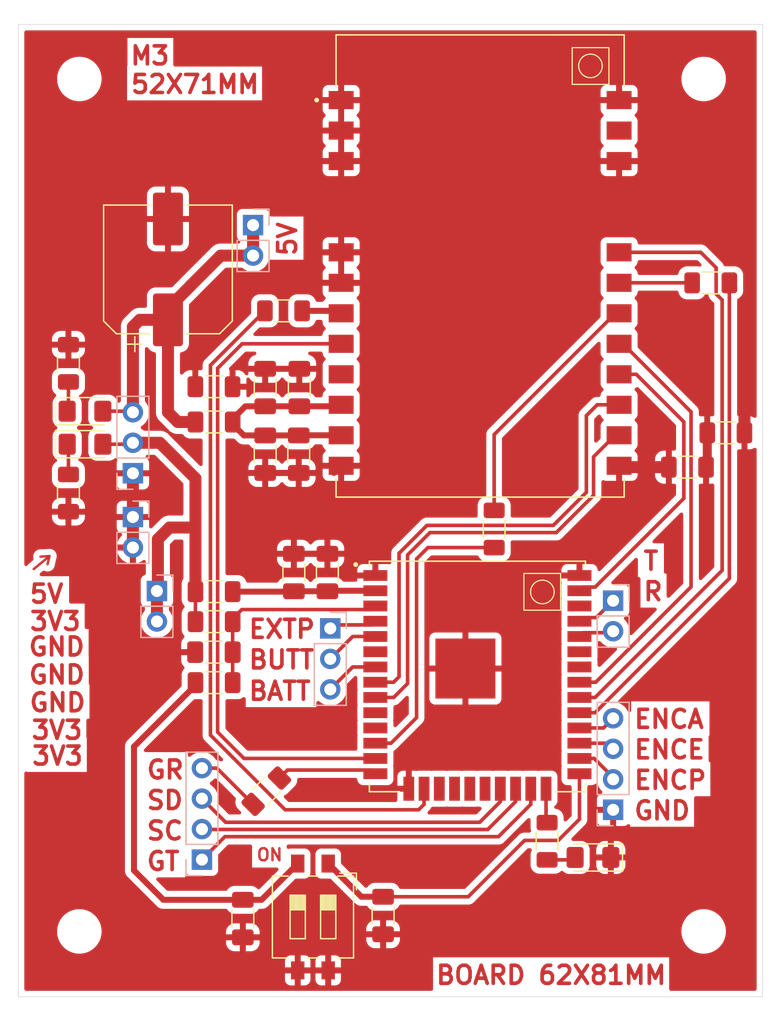
<source format=kicad_pcb>
(kicad_pcb (version 20240108) (generator "pcbnew") (generator_version "8.0")
  (layers (0 "F.Cu" signal) (31 "B.Cu" signal) (34 "B.Paste" user) (35 "F.Paste" user) (36 "B.SilkS" user "B.Silkscreen") (37 "F.SilkS" user "F.Silkscreen") (38 "B.Mask" user) (39 "F.Mask" user) (44 "Edge.Cuts" user))
  (net 0 "")
  (net 1 "GND")
  (net 2 "+3.3V")
  (net 3 "+5V")
  (net 4 "Net-(U1-RXEN)")
  (net 5 "RXEN")
  (net 6 "~{RST}")
  (net 7 "MISO")
  (net 8 "SCK")
  (net 9 "NSS")
  (net 10 "BUSY")
  (net 11 "MOSI")
  (net 12 "DIO1")
  (net 13 "TXEN")
  (net 17 "EXT_POWER_DETECT")
  (net 18 "ENC_P")
  (net 19 "SCL")
  (net 23 "GPS_TX")
  (net 25 "BUTTON")
  (net 28 "GPS_RX")
  (net 29 "STATUS_LED")
  (net 31 "ENC_E")
  (net 33 "ENC_A")
  (net 34 "BATTERY")
  (net 36 "SDA")
  (net 37 "BOOT")
  (net 38 "EN")
  (net 39 "TX0")
  (net 40 "RX0")
  (net 41 "Net-(U1-SCK)")
  (net 42 "Net-(D1-A)")
  (net 43 "Net-(U2-IO27)")
  (net 44 "Net-(D2-K)")
  (net 45 "Net-(D3-K)")
  (footprint "Resistor_SMD:R_1206_3216Metric_Pad1.30x1.75mm_HandSolder" (layer "F.Cu") (at 86.76 92.87 180)
    (property "Reference" "R2" (hide yes))
    (property "Value" "10k")
    (pad "1" smd roundrect (at -1.55 0 180) (size 1.3 1.75) (layers "F.Cu" "F.Paste" "F.Mask") (roundrect_rratio 0.192308) (net 38 "EN"))
    (pad "2" smd roundrect (at 1.55 0 180) (size 1.3 1.75) (layers "F.Cu" "F.Paste" "F.Mask") (roundrect_rratio 0.192308) (net 2 "+3.3V"))
  )
  (footprint "Capacitor_SMD:C_1206_3216Metric_Pad1.33x1.80mm_HandSolder" (layer "F.Cu") (at 93.8135 78.92 -90)
    (property "Reference" "C2" (hide yes))
    (property "Value" "22u")
    (pad "1" smd roundrect (at -1.5625 0 270) (size 1.325 1.8) (layers "F.Cu" "F.Paste" "F.Mask") (roundrect_rratio 0.188679) (net 3 "+5V"))
    (pad "2" smd roundrect (at 1.5625 0 270) (size 1.325 1.8) (layers "F.Cu" "F.Paste" "F.Mask") (roundrect_rratio 0.188679) (net 1 "GND"))
  )
  (footprint "LED_SMD:LED_1206_3216Metric_Pad1.42x1.75mm_HandSolder" (layer "F.Cu") (at 76.0125 78.09)
    (property "Reference" "D3" (hide yes))
    (property "Value" "ORANGE")
    (pad "1" smd roundrect (at -1.4875 0) (size 1.425 1.75) (layers "F.Cu" "F.Paste" "F.Mask") (roundrect_rratio 0.175439) (net 45 "Net-(D3-K)"))
    (pad "2" smd roundrect (at 1.4875 0) (size 1.425 1.75) (layers "F.Cu" "F.Paste" "F.Mask") (roundrect_rratio 0.175439) (net 2 "+3.3V"))
  )
  (footprint "Resistor_SMD:R_1206_3216Metric_Pad1.30x1.75mm_HandSolder" (layer "F.Cu") (at 86.75 73.3)
    (property "Reference" "R14" (hide yes))
    (property "Value" "0R")
    (pad "1" smd roundrect (at -1.55 0) (size 1.3 1.75) (layers "F.Cu" "F.Paste" "F.Mask") (roundrect_rratio 0.192308) (net 1 "GND"))
    (pad "2" smd roundrect (at 1.55 0) (size 1.3 1.75) (layers "F.Cu" "F.Paste" "F.Mask") (roundrect_rratio 0.192308) (net 1 "GND"))
  )
  (footprint "Capacitor_SMD:C_1206_3216Metric_Pad1.33x1.80mm_HandSolder" (layer "F.Cu") (at 100.83925 117.34525 90)
    (property "Reference" "C7" (hide yes))
    (property "Value" "100n")
    (pad "1" smd roundrect (at -1.5625 0 90) (size 1.325 1.8) (layers "F.Cu" "F.Paste" "F.Mask") (roundrect_rratio 0.188679) (net 1 "GND"))
    (pad "2" smd roundrect (at 1.5625 0 90) (size 1.325 1.8) (layers "F.Cu" "F.Paste" "F.Mask") (roundrect_rratio 0.188679) (net 37 "BOOT"))
  )
  (footprint "Resistor_SMD:R_1206_3216Metric_Pad1.30x1.75mm_HandSolder" (layer "F.Cu") (at 110.09 85.15 90)
    (property "Reference" "R7" (hide yes))
    (property "Value" "0R")
    (pad "1" smd roundrect (at -1.55 0 90) (size 1.3 1.75) (layers "F.Cu" "F.Paste" "F.Mask") (roundrect_rratio 0.192308) (net 43 "Net-(U2-IO27)"))
    (pad "2" smd roundrect (at 1.55 0 90) (size 1.3 1.75) (layers "F.Cu" "F.Paste" "F.Mask") (roundrect_rratio 0.192308) (net 11 "MOSI"))
  )
  (footprint "MountingHole:MountingHole_3.2mm_M3" (layer "F.Cu") (at 127.54 118.67)
    (property "Reference" "H4" (hide yes))
    (property "Value" "MountingHole")
    (pad "" np_thru_hole circle (at 0 0) (size 3.2 3.2) (drill 3.2) (layers "F&B.Cu" "*.Mask"))
  )
  (footprint "Resistor_SMD:R_1206_3216Metric_Pad1.30x1.75mm_HandSolder" (layer "F.Cu") (at 92.5435 66.982)
    (property "Reference" "R1" (hide yes))
    (property "Value" "0R")
    (pad "1" smd roundrect (at -1.55 0) (size 1.3 1.75) (layers "F.Cu" "F.Paste" "F.Mask") (roundrect_rratio 0.192308) (net 5 "RXEN"))
    (pad "2" smd roundrect (at 1.55 0) (size 1.3 1.75) (layers "F.Cu" "F.Paste" "F.Mask") (roundrect_rratio 0.192308) (net 4 "Net-(U1-RXEN)"))
  )
  (footprint "Resistor_SMD:R_1206_3216Metric_Pad1.30x1.75mm_HandSolder" (layer "F.Cu") (at 86.76 97.95)
    (property "Reference" "R10" (hide yes))
    (property "Value" "0R")
    (pad "1" smd roundrect (at -1.55 0) (size 1.3 1.75) (layers "F.Cu" "F.Paste" "F.Mask") (roundrect_rratio 0.192308) (net 38 "EN"))
    (pad "2" smd roundrect (at 1.55 0) (size 1.3 1.75) (layers "F.Cu" "F.Paste" "F.Mask") (roundrect_rratio 0.192308) (net 38 "EN"))
  )
  (footprint "Capacitor_SMD:C_1206_3216Metric_Pad1.33x1.80mm_HandSolder" (layer "F.Cu") (at 91.0195 78.92 -90)
    (property "Reference" "C3" (hide yes))
    (property "Value" "22u")
    (pad "1" smd roundrect (at -1.5625 0 270) (size 1.325 1.8) (layers "F.Cu" "F.Paste" "F.Mask") (roundrect_rratio 0.188679) (net 3 "+5V"))
    (pad "2" smd roundrect (at 1.5625 0 270) (size 1.325 1.8) (layers "F.Cu" "F.Paste" "F.Mask") (roundrect_rratio 0.188679) (net 1 "GND"))
  )
  (footprint "Resistor_SMD:R_1206_3216Metric_Pad1.30x1.75mm_HandSolder" (layer "F.Cu") (at 86.76 76.24)
    (property "Reference" "R8" (hide yes))
    (property "Value" "0R")
    (pad "1" smd roundrect (at -1.55 0) (size 1.3 1.75) (layers "F.Cu" "F.Paste" "F.Mask") (roundrect_rratio 0.192308) (net 3 "+5V"))
    (pad "2" smd roundrect (at 1.55 0) (size 1.3 1.75) (layers "F.Cu" "F.Paste" "F.Mask") (roundrect_rratio 0.192308) (net 3 "+5V"))
  )
  (footprint "MountingHole:MountingHole_3.2mm_M3" (layer "F.Cu") (at 75.54 47.67)
    (property "Reference" "H1" (hide yes))
    (property "Value" "MountingHole")
    (pad "" np_thru_hole circle (at 0 0) (size 3.2 3.2) (drill 3.2) (layers "*.Cu" "*.Mask"))
  )
  (footprint "LED_SMD:LED_1206_3216Metric_Pad1.42x1.75mm_HandSolder" (layer "F.Cu") (at 76.01 75.34)
    (property "Reference" "D2" (hide yes))
    (property "Value" "RED")
    (pad "1" smd roundrect (at -1.4875 0) (size 1.425 1.75) (layers "F.Cu" "F.Paste" "F.Mask") (roundrect_rratio 0.175439) (net 44 "Net-(D2-K)"))
    (pad "2" smd roundrect (at 1.4875 0) (size 1.425 1.75) (layers "F.Cu" "F.Paste" "F.Mask") (roundrect_rratio 0.175439) (net 3 "+5V"))
  )
  (footprint "Capacitor_SMD:C_1206_3216Metric_Pad1.33x1.80mm_HandSolder" (layer "F.Cu") (at 93.8615 73.3705 90)
    (property "Reference" "C6" (hide yes))
    (property "Value" "100n")
    (pad "1" smd roundrect (at -1.5625 0 90) (size 1.325 1.8) (layers "F.Cu" "F.Paste" "F.Mask") (roundrect_rratio 0.188679) (net 3 "+5V"))
    (pad "2" smd roundrect (at 1.5625 0 90) (size 1.325 1.8) (layers "F.Cu" "F.Paste" "F.Mask") (roundrect_rratio 0.188679) (net 1 "GND"))
  )
  (footprint "LED_SMD:LED_1206_3216Metric_Pad1.42x1.75mm_HandSolder" (layer "F.Cu") (at 118.32 112.51 180)
    (property "Reference" "D1" (hide yes))
    (property "Value" "BLUE")
    (pad "1" smd roundrect (at -1.4875 0 180) (size 1.425 1.75) (layers "F.Cu" "F.Paste" "F.Mask") (roundrect_rratio 0.175439) (net 1 "GND"))
    (pad "2" smd roundrect (at 1.4875 0 180) (size 1.425 1.75) (layers "F.Cu" "F.Paste" "F.Mask") (roundrect_rratio 0.175439) (net 42 "Net-(D1-A)"))
  )
  (footprint "Resistor_SMD:R_1206_3216Metric_Pad1.30x1.75mm_HandSolder" (layer "F.Cu") (at 74.63 71.35 90)
    (property "Reference" "R6" (hide yes))
    (property "Value" "330R")
    (pad "1" smd roundrect (at -1.55 0 90) (size 1.3 1.75) (layers "F.Cu" "F.Paste" "F.Mask") (roundrect_rratio 0.192308) (net 44 "Net-(D2-K)"))
    (pad "2" smd roundrect (at 1.55 0 90) (size 1.3 1.75) (layers "F.Cu" "F.Paste" "F.Mask") (roundrect_rratio 0.192308) (net 1 "GND"))
  )
  (footprint "Resistor_SMD:R_1206_3216Metric_Pad1.30x1.75mm_HandSolder" (layer "F.Cu") (at 74.63 82.16 -90)
    (property "Reference" "R5" (hide yes))
    (property "Value" "330R")
    (pad "1" smd roundrect (at -1.55 0 270) (size 1.3 1.75) (layers "F.Cu" "F.Paste" "F.Mask") (roundrect_rratio 0.192308) (net 45 "Net-(D3-K)"))
    (pad "2" smd roundrect (at 1.55 0 270) (size 1.3 1.75) (layers "F.Cu" "F.Paste" "F.Mask") (roundrect_rratio 0.192308) (net 1 "GND"))
  )
  (footprint "Resistor_SMD:R_1206_3216Metric_Pad1.30x1.75mm_HandSolder" (layer "F.Cu") (at 128.13 64.65 180)
    (property "Reference" "R3" (hide yes))
    (property "Value" "0R")
    (pad "1" smd roundrect (at -1.55 0 180) (size 1.3 1.75) (layers "F.Cu" "F.Paste" "F.Mask") (roundrect_rratio 0.192308) (net 8 "SCK"))
    (pad "2" smd roundrect (at 1.55 0 180) (size 1.3 1.75) (layers "F.Cu" "F.Paste" "F.Mask") (roundrect_rratio 0.192308) (net 41 "Net-(U1-SCK)"))
  )
  (footprint "Resistor_SMD:R_1206_3216Metric_Pad1.30x1.75mm_HandSolder" (layer "F.Cu") (at 86.76 90.37)
    (property "Reference" "R9" (hide yes))
    (property "Value" "0R")
    (pad "1" smd roundrect (at -1.55 0) (size 1.3 1.75) (layers "F.Cu" "F.Paste" "F.Mask") (roundrect_rratio 0.192308) (net 2 "+3.3V"))
    (pad "2" smd roundrect (at 1.55 0) (size 1.3 1.75) (layers "F.Cu" "F.Paste" "F.Mask") (roundrect_rratio 0.192308) (net 2 "+3.3V"))
  )
  (footprint "aa_ld1:KLS7-KL-02-N-0-0" (layer "F.Cu") (at 95.00725 117.46725 -90)
    (property "Reference" "SW3" (hide yes))
    (property "Value" "KLS7-KL-02-N-0-0")
    (fp_text user "ON" (at -5.17725 3.61725 180) (layer "F.Cu") (effects (font (thickness 0.2) (bold yes))))
    (pad "1" smd rect (at -4.45 -1.26 270) (size 1.5 1.12) (layers "F.Cu" "F.Paste" "F.Mask") (net 37 "BOOT"))
    (pad "2" smd rect (at -4.45 1.28 270) (size 1.5 1.12) (layers "F.Cu" "F.Paste" "F.Mask") (net 38 "EN"))
    (pad "3" smd rect (at 4.45 1.28 270) (size 1.5 1.12) (layers "F.Cu" "F.Paste" "F.Mask") (net 1 "GND"))
    (pad "4" smd rect (at 4.45 -1.26 270) (size 1.5 1.12) (layers "F.Cu" "F.Paste" "F.Mask") (net 1 "GND"))
  )
  (footprint "Capacitor_SMD:C_1206_3216Metric_Pad1.33x1.80mm_HandSolder" (layer "F.Cu") (at 93.406 88.776 90)
    (property "Reference" "C4" (hide yes))
    (property "Value" "22u")
    (pad "1" smd roundrect (at -1.5625 0 90) (size 1.325 1.8) (layers "F.Cu" "F.Paste" "F.Mask") (roundrect_rratio 0.188679) (net 2 "+3.3V"))
    (pad "2" smd roundrect (at 1.5625 0 90) (size 1.325 1.8) (layers "F.Cu" "F.Paste" "F.Mask") (roundrect_rratio 0.188679) (net 1 "GND"))
  )
  (footprint "Capacitor_SMD:CP_Elec_10x10.5" (layer "F.Cu") (at 82.92 63.53 90)
    (property "Reference" "C10" (hide yes))
    (property "Value" "1mF")
    (pad "1" smd roundrect (at -4.2 0 90) (size 4.4 2.5) (layers "F.Cu" "F.Paste" "F.Mask") (roundrect_rratio 0.1) (net 3 "+5V"))
    (pad "2" smd roundrect (at 4.2 0 90) (size 4.4 2.5) (layers "F.Cu" "F.Paste" "F.Mask") (roundrect_rratio 0.1) (net 1 "GND"))
  )
  (footprint "Resistor_SMD:R_1206_3216Metric_Pad1.30x1.75mm_HandSolder" (layer "F.Cu") (at 91.11 106.99 45)
    (property "Reference" "R11" (hide yes))
    (property "Value" "0R")
    (pad "1" smd roundrect (at -1.550001 0 45) (size 1.3 1.75) (layers "F.Cu" "F.Paste" "F.Mask") (roundrect_rratio 0.192308) (net 28 "GPS_RX"))
    (pad "2" smd roundrect (at 1.550001 0 45) (size 1.3 1.75) (layers "F.Cu" "F.Paste" "F.Mask") (roundrect_rratio 0.192308) (net 28 "GPS_RX"))
  )
  (footprint "MountingHole:MountingHole_3.2mm_M3" (layer "F.Cu") (at 127.54 47.67)
    (property "Reference" "H2" (hide yes))
    (property "Value" "MountingHole")
    (pad "" np_thru_hole circle (at 0 0) (size 3.2 3.2) (drill 3.2) (layers "*.Cu" "*.Mask"))
  )
  (footprint "Resistor_SMD:R_1206_3216Metric_Pad1.30x1.75mm_HandSolder" (layer "F.Cu") (at 129.39 77.14)
    (property "Reference" "R12" (hide yes))
    (property "Value" "0R")
    (pad "1" smd roundrect (at -1.55 0) (size 1.3 1.75) (layers "F.Cu" "F.Paste" "F.Mask") (roundrect_rratio 0.192308) (net 1 "GND"))
    (pad "2" smd roundrect (at 1.55 0) (size 1.3 1.75) (layers "F.Cu" "F.Paste" "F.Mask") (roundrect_rratio 0.192308) (net 1 "GND"))
  )
  (footprint "Capacitor_SMD:C_1206_3216Metric_Pad1.33x1.80mm_HandSolder" (layer "F.Cu") (at 96.2 88.776 90)
    (property "Reference" "C1" (hide yes))
    (property "Value" "100n")
    (pad "1" smd roundrect (at -1.5625 0 90) (size 1.325 1.8) (layers "F.Cu" "F.Paste" "F.Mask") (roundrect_rratio 0.188679) (net 2 "+3.3V"))
    (pad "2" smd roundrect (at 1.5625 0 90) (size 1.325 1.8) (layers "F.Cu" "F.Paste" "F.Mask") (roundrect_rratio 0.188679) (net 1 "GND"))
  )
  (footprint "aa_ld1:E22-400M30S" (layer "F.Cu") (at 108.9205 63.246 180)
    (property "Reference" "U1" (hide yes))
    (property "Value" "E22-400M30S")
    (pad "1" smd rect (at 11.575 13.82 180) (size 2.08 1.51) (layers "F.Cu" "F.Paste" "F.Mask") (net 1 "GND"))
    (pad "2" smd rect (at 11.575 11.28 180) (size 2.08 1.51) (layers "F.Cu" "F.Paste" "F.Mask") (net 1 "GND"))
    (pad "3" smd rect (at 11.575 8.74 180) (size 2.08 1.51) (layers "F.Cu" "F.Paste" "F.Mask") (net 1 "GND"))
    (pad "4" smd rect (at 11.575 1.14 180) (size 2.08 1.51) (layers "F.Cu" "F.Paste" "F.Mask") (net 1 "GND"))
    (pad "5" smd rect (at 11.575 -1.4 180) (size 2.08 1.51) (layers "F.Cu" "F.Paste" "F.Mask") (net 1 "GND"))
    (pad "6" smd rect (at 11.575 -3.94 180) (size 2.08 1.51) (layers "F.Cu" "F.Paste" "F.Mask") (net 4 "Net-(U1-RXEN)"))
    (pad "7" smd rect (at 11.575 -6.48 180) (size 2.08 1.51) (layers "F.Cu" "F.Paste" "F.Mask") (net 13 "TXEN"))
    (pad "8" smd rect (at 11.575 -9.02 180) (size 2.08 1.51) (layers "F.Cu" "F.Paste" "F.Mask"))
    (pad "9" smd rect (at 11.575 -11.56 180) (size 2.08 1.51) (layers "F.Cu" "F.Paste" "F.Mask") (net 3 "+5V"))
    (pad "10" smd rect (at 11.575 -14.1 180) (size 2.08 1.51) (layers "F.Cu" "F.Paste" "F.Mask") (net 3 "+5V"))
    (pad "11" smd rect (at 11.575 -16.64 180) (size 2.08 1.51) (layers "F.Cu" "F.Paste" "F.Mask") (net 1 "GND"))
    (pad "12" smd rect (at -11.575 -16.64 180) (size 2.08 1.51) (layers "F.Cu" "F.Paste" "F.Mask") (net 1 "GND"))
    (pad "13" smd rect (at -11.575 -14.1 180) (size 2.08 1.51) (layers "F.Cu" "F.Paste" "F.Mask") (net 12 "DIO1"))
    (pad "14" smd rect (at -11.575 -11.56 180) (size 2.08 1.51) (layers "F.Cu" "F.Paste" "F.Mask") (net 10 "BUSY"))
    (pad "15" smd rect (at -11.575 -9.02 180) (size 2.08 1.51) (layers "F.Cu" "F.Paste" "F.Mask") (net 6 "~{RST}"))
    (pad "16" smd rect (at -11.575 -6.48 180) (size 2.08 1.51) (layers "F.Cu" "F.Paste" "F.Mask") (net 7 "MISO"))
    (pad "17" smd rect (at -11.575 -3.94 180) (size 2.08 1.51) (layers "F.Cu" "F.Paste" "F.Mask") (net 11 "MOSI"))
    (pad "18" smd rect (at -11.575 -1.4 180) (size 2.08 1.51) (layers "F.Cu" "F.Paste" "F.Mask") (net 41 "Net-(U1-SCK)"))
    (pad "19" smd rect (at -11.575 1.14 180) (size 2.08 1.51) (layers "F.Cu" "F.Paste" "F.Mask") (net 9 "NSS"))
    (pad "20" smd rect (at -11.575 8.74 180) (size 2.08 1.51) (layers "F.Cu" "F.Paste" "F.Mask") (net 1 "GND"))
    (pad "21" smd rect (at -11.575 11.28 180) (size 2.08 1.51) (layers "F.Cu" "F.Paste" "F.Mask"))
    (pad "22" smd rect (at -11.575 13.82 180) (size 2.08 1.51) (layers "F.Cu" "F.Paste" "F.Mask") (net 1 "GND"))
  )
  (footprint "Capacitor_SMD:C_1206_3216Metric_Pad1.33x1.80mm_HandSolder" (layer "F.Cu") (at 86.7475 95.41)
    (property "Reference" "C8" (hide yes))
    (property "Value" "100n")
    (pad "1" smd roundrect (at -1.5625 0) (size 1.325 1.8) (layers "F.Cu" "F.Paste" "F.Mask") (roundrect_rratio 0.188679) (net 1 "GND"))
    (pad "2" smd roundrect (at 1.5625 0) (size 1.325 1.8) (layers "F.Cu" "F.Paste" "F.Mask") (roundrect_rratio 0.188679) (net 38 "EN"))
  )
  (footprint "MountingHole:MountingHole_3.2mm_M3" (layer "F.Cu") (at 75.54 118.67)
    (property "Reference" "H3" (hide yes))
    (property "Value" "MountingHole")
    (pad "" np_thru_hole circle (at 0 0) (size 3.2 3.2) (drill 3.2) (layers "*.Cu" "*.Mask"))
  )
  (footprint "Resistor_SMD:R_1206_3216Metric_Pad1.30x1.75mm_HandSolder" (layer "F.Cu") (at 126.19 80)
    (property "Reference" "R13" (hide yes))
    (property "Value" "0R")
    (pad "1" smd roundrect (at -1.55 0) (size 1.3 1.75) (layers "F.Cu" "F.Paste" "F.Mask") (roundrect_rratio 0.192308) (net 1 "GND"))
    (pad "2" smd roundrect (at 1.55 0) (size 1.3 1.75) (layers "F.Cu" "F.Paste" "F.Mask") (roundrect_rratio 0.192308) (net 1 "GND"))
  )
  (footprint "Capacitor_SMD:C_1206_3216Metric_Pad1.33x1.80mm_HandSolder" (layer "F.Cu") (at 89.15525 117.59925 -90)
    (property "Reference" "C9" (hide yes))
    (property "Value" "100n")
    (pad "1" smd roundrect (at -1.5625 0 270) (size 1.325 1.8) (layers "F.Cu" "F.Paste" "F.Mask") (roundrect_rratio 0.188679) (net 38 "EN"))
    (pad "2" smd roundrect (at 1.5625 0 270) (size 1.325 1.8) (layers "F.Cu" "F.Paste" "F.Mask") (roundrect_rratio 0.188679) (net 1 "GND"))
  )
  (footprint "aa_ld1:ESP32-WROOM-32U" (layer "F.Cu") (at 108.696 97.434)
    (property "Reference" "U2" (hide yes))
    (property "Value" "ESP32-WROOM-32U")
    (pad "1" smd rect (at -8.5 -8.41) (size 2 0.9) (layers "F.Cu" "F.Paste" "F.Mask") (net 1 "GND"))
    (pad "2" smd rect (at -8.5 -7.14) (size 2 0.9) (layers "F.Cu" "F.Paste" "F.Mask") (net 2 "+3.3V"))
    (pad "3" smd rect (at -8.5 -5.87) (size 2 0.9) (layers "F.Cu" "F.Paste" "F.Mask") (net 38 "EN"))
    (pad "4" smd rect (at -8.5 -4.6) (size 2 0.9) (layers "F.Cu" "F.Paste" "F.Mask") (net 17 "EXT_POWER_DETECT"))
    (pad "5" smd rect (at -8.5 -3.33) (size 2 0.9) (layers "F.Cu" "F.Paste" "F.Mask") (net 25 "BUTTON"))
    (pad "6" smd rect (at -8.5 -2.06) (size 2 0.9) (layers "F.Cu" "F.Paste" "F.Mask"))
    (pad "7" smd rect (at -8.5 -0.79) (size 2 0.9) (layers "F.Cu" "F.Paste" "F.Mask") (net 34 "BATTERY"))
    (pad "8" smd rect (at -8.5 0.48) (size 2 0.9) (layers "F.Cu" "F.Paste" "F.Mask") (net 10 "BUSY"))
    (pad "9" smd rect (at -8.5 1.75) (size 2 0.9) (layers "F.Cu" "F.Paste" "F.Mask") (net 12 "DIO1"))
    (pad "10" smd rect (at -8.5 3.02) (size 2 0.9) (layers "F.Cu" "F.Paste" "F.Mask"))
    (pad "11" smd rect (at -8.5 4.29) (size 2 0.9) (layers "F.Cu" "F.Paste" "F.Mask"))
    (pad "12" smd rect (at -8.5 5.56) (size 2 0.9) (layers "F.Cu" "F.Paste" "F.Mask") (net 43 "Net-(U2-IO27)"))
    (pad "13" smd rect (at -8.5 6.83) (size 2 0.9) (layers "F.Cu" "F.Paste" "F.Mask") (net 13 "TXEN"))
    (pad "14" smd rect (at -8.5 8.1) (size 2 0.9) (layers "F.Cu" "F.Paste" "F.Mask") (net 28 "GPS_RX"))
    (pad "15" smd rect (at -5.715 9.35) (size 0.9 2) (layers "F.Cu" "F.Paste" "F.Mask") (net 1 "GND"))
    (pad "16" smd rect (at -4.445 9.35) (size 0.9 2) (layers "F.Cu" "F.Paste" "F.Mask") (net 5 "RXEN"))
    (pad "17" smd rect (at -3.175 9.35) (size 0.9 2) (layers "F.Cu" "F.Paste" "F.Mask"))
    (pad "18" smd rect (at -1.905 9.35) (size 0.9 2) (layers "F.Cu" "F.Paste" "F.Mask"))
    (pad "19" smd rect (at -0.635 9.35) (size 0.9 2) (layers "F.Cu" "F.Paste" "F.Mask"))
    (pad "20" smd rect (at 0.635 9.35) (size 0.9 2) (layers "F.Cu" "F.Paste" "F.Mask"))
    (pad "21" smd rect (at 1.905 9.35) (size 0.9 2) (layers "F.Cu" "F.Paste" "F.Mask") (net 36 "SDA"))
    (pad "22" smd rect (at 3.175 9.35) (size 0.9 2) (layers "F.Cu" "F.Paste" "F.Mask") (net 19 "SCL"))
    (pad "23" smd rect (at 4.445 9.35) (size 0.9 2) (layers "F.Cu" "F.Paste" "F.Mask") (net 23 "GPS_TX"))
    (pad "24" smd rect (at 5.715 9.35) (size 0.9 2) (layers "F.Cu" "F.Paste" "F.Mask") (net 29 "STATUS_LED"))
    (pad "25" smd rect (at 8.5 8.1) (size 2 0.9) (layers "F.Cu" "F.Paste" "F.Mask") (net 37 "BOOT"))
    (pad "26" smd rect (at 8.5 6.83) (size 2 0.9) (layers "F.Cu" "F.Paste" "F.Mask") (net 18 "ENC_P"))
    (pad "27" smd rect (at 8.5 5.56) (size 2 0.9) (layers "F.Cu" "F.Paste" "F.Mask") (net 31 "ENC_E"))
    (pad "28" smd rect (at 8.5 4.29) (size 2 0.9) (layers "F.Cu" "F.Paste" "F.Mask") (net 33 "ENC_A"))
    (pad "29" smd rect (at 8.5 3.02) (size 2 0.9) (layers "F.Cu" "F.Paste" "F.Mask") (net 8 "SCK"))
    (pad "30" smd rect (at 8.5 1.75) (size 2 0.9) (layers "F.Cu" "F.Paste" "F.Mask") (net 9 "NSS"))
    (pad "31" smd rect (at 8.5 0.48) (size 2 0.9) (layers "F.Cu" "F.Paste" "F.Mask") (net 7 "MISO"))
    (pad "32" smd rect (at 8.5 -0.79) (size 2 0.9) (layers "F.Cu" "F.Paste" "F.Mask"))
    (pad "33" smd rect (at 8.5 -2.06) (size 2 0.9) (layers "F.Cu" "F.Paste" "F.Mask"))
    (pad "34" smd rect (at 8.5 -3.33) (size 2 0.9) (layers "F.Cu" "F.Paste" "F.Mask") (net 40 "RX0"))
    (pad "35" smd rect (at 8.5 -4.6) (size 2 0.9) (layers "F.Cu" "F.Paste" "F.Mask") (net 39 "TX0"))
    (pad "36" smd rect (at 8.5 -5.87) (size 2 0.9) (layers "F.Cu" "F.Paste" "F.Mask"))
    (pad "37" smd rect (at 8.5 -7.14) (size 2 0.9) (layers "F.Cu" "F.Paste" "F.Mask") (net 6 "~{RST}"))
    (pad "38" smd rect (at 8.5 -8.41) (size 2 0.9) (layers "F.Cu" "F.Paste" "F.Mask") (net 1 "GND"))
    (pad "39" smd rect (at -1 -0.66) (size 5 5) (property pad_prop_heatsink) (layers "F.Cu" "F.Paste" "F.Mask") (net 1 "GND"))
  )
  (footprint "Capacitor_SMD:C_1206_3216Metric_Pad1.33x1.80mm_HandSolder" (layer "F.Cu") (at 91.0195 73.3705 90)
    (property "Reference" "C5" (hide yes))
    (property "Value" "100n")
    (pad "1" smd roundrect (at -1.5625 0 90) (size 1.325 1.8) (layers "F.Cu" "F.Paste" "F.Mask") (roundrect_rratio 0.188679) (net 3 "+5V"))
    (pad "2" smd roundrect (at 1.5625 0 90) (size 1.325 1.8) (layers "F.Cu" "F.Paste" "F.Mask") (roundrect_rratio 0.188679) (net 1 "GND"))
  )
  (footprint "Resistor_SMD:R_1206_3216Metric_Pad1.30x1.75mm_HandSolder" (layer "F.Cu") (at 114.5 111.16 -90)
    (property "Reference" "R4" (hide yes))
    (property "Value" "330R")
    (pad "1" smd roundrect (at -1.55 0 270) (size 1.3 1.75) (layers "F.Cu" "F.Paste" "F.Mask") (roundrect_rratio 0.192308) (net 29 "STATUS_LED"))
    (pad "2" smd roundrect (at 1.55 0 270) (size 1.3 1.75) (layers "F.Cu" "F.Paste" "F.Mask") (roundrect_rratio 0.192308) (net 42 "Net-(D1-A)"))
  )
  (footprint "Connector_PinHeader_2.54mm:PinHeader_1x03_P2.54mm_Vertical" (layer "B.Cu") (at 80 80.51)
    (property "Reference" "J4" (hide yes))
    (property "Value" "POWER")
    (pad "1" thru_hole rect (at 0 0) (size 1.7 1.7) (drill 1) (layers "*.Cu" "*.Mask") (net 1 "GND"))
    (pad "2" thru_hole oval (at 0 -2.54) (size 1.7 1.7) (drill 1) (layers "*.Cu" "*.Mask") (net 2 "+3.3V"))
    (pad "3" thru_hole oval (at 0 -5.08) (size 1.7 1.7) (drill 1) (layers "*.Cu" "*.Mask") (net 3 "+5V"))
  )
  (footprint "Connector_PinHeader_2.54mm:PinHeader_1x02_P2.54mm_Vertical" (layer "B.Cu") (at 90.01 59.84 180)
    (property "Reference" "J5" (hide yes))
    (property "Value" "5V")
    (pad "1" thru_hole rect (at 0 0 180) (size 1.7 1.7) (drill 1) (layers "*.Cu" "*.Mask") (net 3 "+5V"))
    (pad "2" thru_hole oval (at 0 -2.54 180) (size 1.7 1.7) (drill 1) (layers "*.Cu" "*.Mask") (net 3 "+5V"))
  )
  (footprint "Connector_PinHeader_2.54mm:PinHeader_1x02_P2.54mm_Vertical" (layer "B.Cu") (at 80 84.155 180)
    (property "Reference" "J6" (hide yes))
    (property "Value" "GND")
    (pad "1" thru_hole rect (at 0 0 180) (size 1.7 1.7) (drill 1) (layers "*.Cu" "*.Mask") (net 1 "GND"))
    (pad "2" thru_hole oval (at 0 -2.54 180) (size 1.7 1.7) (drill 1) (layers "*.Cu" "*.Mask") (net 1 "GND"))
  )
  (footprint "Connector_PinHeader_2.54mm:PinHeader_1x02_P2.54mm_Vertical" (layer "B.Cu") (at 120 91.125 180)
    (property "Reference" "J2" (hide yes))
    (property "Value" "PROG")
    (pad "1" thru_hole rect (at 0 0 180) (size 1.7 1.7) (drill 1) (layers "*.Cu" "*.Mask") (net 39 "TX0"))
    (pad "2" thru_hole oval (at 0 -2.54 180) (size 1.7 1.7) (drill 1) (layers "*.Cu" "*.Mask") (net 40 "RX0"))
  )
  (footprint "Connector_PinHeader_2.54mm:PinHeader_1x04_P2.54mm_Vertical" (layer "B.Cu") (at 120 108.54)
    (property "Reference" "J1" (hide yes))
    (property "Value" "ENCODER")
    (pad "1" thru_hole rect (at 0 0) (size 1.7 1.7) (drill 1) (layers "*.Cu" "*.Mask") (net 1 "GND"))
    (pad "2" thru_hole oval (at 0 -2.54) (size 1.7 1.7) (drill 1) (layers "*.Cu" "*.Mask") (net 18 "ENC_P"))
    (pad "3" thru_hole oval (at 0 -5.08) (size 1.7 1.7) (drill 1) (layers "*.Cu" "*.Mask") (net 31 "ENC_E"))
    (pad "4" thru_hole oval (at 0 -7.62) (size 1.7 1.7) (drill 1) (layers "*.Cu" "*.Mask") (net 33 "ENC_A"))
  )
  (footprint "Connector_PinHeader_2.54mm:PinHeader_1x03_P2.54mm_Vertical" (layer "B.Cu") (at 96.44 93.43 180)
    (property "Reference" "J3" (hide yes))
    (property "Value" "MISC")
    (pad "1" thru_hole rect (at 0 0 180) (size 1.7 1.7) (drill 1) (layers "*.Cu" "*.Mask") (net 17 "EXT_POWER_DETECT"))
    (pad "2" thru_hole oval (at 0 -2.54 180) (size 1.7 1.7) (drill 1) (layers "*.Cu" "*.Mask") (net 25 "BUTTON"))
    (pad "3" thru_hole oval (at 0 -5.08 180) (size 1.7 1.7) (drill 1) (layers "*.Cu" "*.Mask") (net 34 "BATTERY"))
  )
  (footprint "Connector_PinHeader_2.54mm:PinHeader_1x04_P2.54mm_Vertical" (layer "B.Cu") (at 85.75 112.69)
    (property "Reference" "J8" (hide yes))
    (property "Value" "GPS+OLED")
    (pad "1" thru_hole rect (at 0 0) (size 1.7 1.7) (drill 1) (layers "*.Cu" "*.Mask") (net 23 "GPS_TX"))
    (pad "2" thru_hole oval (at 0 -2.54) (size 1.7 1.7) (drill 1) (layers "*.Cu" "*.Mask") (net 19 "SCL"))
    (pad "3" thru_hole oval (at 0 -5.08) (size 1.7 1.7) (drill 1) (layers "*.Cu" "*.Mask") (net 36 "SDA"))
    (pad "4" thru_hole oval (at 0 -7.62) (size 1.7 1.7) (drill 1) (layers "*.Cu" "*.Mask") (net 28 "GPS_RX"))
  )
  (footprint "Connector_PinHeader_2.54mm:PinHeader_1x02_P2.54mm_Vertical" (layer "B.Cu") (at 82 90.315 180)
    (property "Reference" "J7" (hide yes))
    (property "Value" "3V3")
    (pad "1" thru_hole rect (at 0 0 180) (size 1.7 1.7) (drill 1) (layers "*.Cu" "*.Mask") (net 2 "+3.3V"))
    (pad "2" thru_hole oval (at 0 -2.54 180) (size 1.7 1.7) (drill 1) (layers "*.Cu" "*.Mask") (net 2 "+3.3V"))
  )
  (gr_line (start 71.74 88.49) (end 73.05 87.41) (stroke (width 0.2)) (layer "F.Cu"))
  (gr_line (start 73.05 87.41) (end 72.3 87.45) (stroke (width 0.2)) (layer "F.Cu"))
  (gr_line (start 73.05 87.41) (end 72.89 88.09) (stroke (width 0.2)) (layer "F.Cu"))
  (gr_rect (start 70.455 43.12) (end 132.455 124.12) (stroke (width 0.05)) (fill none) (layer "Edge.Cuts"))
  (gr_text "3V3" (at 71.27 93.72 0) (layer "F.Cu") (effects (font (size 1.5 1.5) (thickness 0.3) (bold yes)) (justify left bottom)))
  (gr_text "5V" (at 71.26 91.44 0) (layer "F.Cu") (effects (font (size 1.5 1.5) (thickness 0.3) (bold yes)) (justify left bottom)))
  (gr_text "GND" (at 71.24 100.49 0) (layer "F.Cu") (effects (font (size 1.5 1.5) (thickness 0.3) (bold yes)) (justify left bottom)))
  (gr_text "3V3" (at 71.45 104.93 0) (layer "F.Cu") (effects (font (size 1.5 1.5) (thickness 0.3) (bold yes)) (justify left bottom)))
  (gr_text "ENCA" (at 121.6 101.87 0) (layer "F.Cu") (effects (font (size 1.5 1.5) (thickness 0.3) (bold yes)) (justify left bottom)))
  (gr_text "GND" (at 71.18 98.17 0) (layer "F.Cu") (effects (font (size 1.5 1.5) (thickness 0.3) (bold yes)) (justify left bottom)))
  (gr_text "GT" (at 81 113.71 0) (layer "F.Cu") (effects (font (size 1.5 1.5) (thickness 0.3) (bold yes)) (justify left bottom)))
  (gr_text "3V3" (at 71.41 102.78 0) (layer "F.Cu") (effects (font (size 1.5 1.5) (thickness 0.3) (bold yes)) (justify left bottom)))
  (gr_text "GND" (at 121.6 109.49 0) (layer "F.Cu") (effects (font (size 1.5 1.5) (thickness 0.3) (bold yes)) (justify left bottom)))
  (gr_text "GR" (at 81 106.09 0) (layer "F.Cu") (effects (font (size 1.5 1.5) (thickness 0.3) (bold yes)) (justify left bottom)))
  (gr_text "M3" (at 79.65 46.61 0) (layer "F.Cu") (effects (font (size 1.5 1.5) (thickness 0.3) (bold yes)) (justify left bottom)))
  (gr_text "52X71MM" (at 79.69 48.99 0) (layer "F.Cu") (effects (font (size 1.5 1.5) (thickness 0.3) (bold yes)) (justify left bottom)))
  (gr_text "BOARD 62X81MM" (at 105.1 123.19 0) (layer "F.Cu") (effects (font (size 1.5 1.5) (thickness 0.3) (bold yes)) (justify left bottom)))
  (gr_text "BATT\n" (at 89.5 99.53 0) (layer "F.Cu") (effects (font (size 1.5 1.5) (thickness 0.3) (bold yes)) (justify left bottom)))
  (gr_text "GND" (at 71.17 95.84 0) (layer "F.Cu") (effects (font (size 1.5 1.5) (thickness 0.3) (bold yes)) (justify left bottom)))
  (gr_text "5V" (at 93.75 62.55 90) (layer "F.Cu") (effects (font (size 1.5 1.5) (thickness 0.3) (bold yes)) (justify left bottom)))
  (gr_text "ENCE" (at 121.6 104.41 0) (layer "F.Cu") (effects (font (size 1.5 1.5) (thickness 0.3) (bold yes)) (justify left bottom)))
  (gr_text "ENCP" (at 121.6 106.95 0) (layer "F.Cu") (effects (font (size 1.5 1.5) (thickness 0.3) (bold yes)) (justify left bottom)))
  (gr_text "BUTT" (at 89.5 96.92 0) (layer "F.Cu") (effects (font (size 1.5 1.5) (thickness 0.3) (bold yes)) (justify left bottom)))
  (gr_text "SD" (at 81 108.63 0) (layer "F.Cu") (effects (font (size 1.5 1.5) (thickness 0.3) (bold yes)) (justify left bottom)))
  (gr_text "SC" (at 81 111.17 0) (layer "F.Cu") (effects (font (size 1.5 1.5) (thickness 0.3) (bold yes)) (justify left bottom)))
  (gr_text "EXTP" (at 89.5 94.37 0) (layer "F.Cu") (effects (font (size 1.5 1.5) (thickness 0.3) (bold yes)) (justify left bottom)))
  (gr_text "T" (at 122.38 88.7 0) (layer "F.Cu") (effects (font (size 1.5 1.5) (thickness 0.3) (bold yes)) (justify left bottom)))
  (gr_text "R" (at 122.38 91.24 0) (layer "F.Cu") (effects (font (size 1.5 1.5) (thickness 0.3) (bold yes)) (justify left bottom)))
  (segment (start 80 94.51) (end 80 86.695) (width 0.5) (layer "F.Cu") (net 1))
  (segment (start 127.84 77.14) (end 127.84 79.9) (width 0.75) (layer "F.Cu") (net 1))
  (segment (start 85.185 95.41) (end 80.9 95.41) (width 0.5) (layer "F.Cu") (net 1))
  (segment (start 130.94 77.14) (end 130.94 75.37) (width 1) (layer "F.Cu") (net 1))
  (segment (start 93.8135 80.4825) (end 91.0195 80.4825) (width 0.5) (layer "F.Cu") (net 1))
  (segment (start 120.6095 80) (end 120.4955 79.886) (width 1) (layer "F.Cu") (net 1))
  (segment (start 96.749 80.4825) (end 97.3455 79.886) (width 0.5) (layer "F.Cu") (net 1))
  (segment (start 127.84 79.9) (end 127.74 80) (width 0.75) (layer "F.Cu") (net 1))
  (segment (start 124.64 80) (end 120.6095 80) (width 1) (layer "F.Cu") (net 1))
  (segment (start 80.9 95.41) (end 80 94.51) (width 0.5) (layer "F.Cu") (net 1))
  (segment (start 80 80.51) (end 80 86.675) (width 1) (layer "F.Cu") (net 1))
  (segment (start 93.8615 71.808) (end 91.0195 71.808) (width 0.5) (layer "F.Cu") (net 1))
  (segment (start 93.406 87.2135) (end 96.2 87.2135) (width 0.5) (layer "F.Cu") (net 1))
  (segment (start 80 86.675) (end 80.02 86.695) (width 1) (layer "F.Cu") (net 1))
  (segment (start 130.94 75.37) (end 130.92 75.35) (width 1) (layer "F.Cu") (net 1))
  (segment (start 77.5 78.09) (end 79.88 78.09) (width 0.3) (layer "F.Cu") (net 2))
  (segment (start 82.24 77.97) (end 85.21 80.94) (width 1) (layer "F.Cu") (net 2))
  (segment (start 85.21 92.87) (end 85.21 90.37) (width 0.3) (layer "F.Cu") (net 2))
  (segment (start 85.21 80.94) (end 85.21 85.03) (width 1) (layer "F.Cu") (net 2))
  (segment (start 79.88 78.09) (end 80 77.97) (width 0.3) (layer "F.Cu") (net 2))
  (segment (start 88.31 90.37) (end 93.3745 90.37) (width 0.5) (layer "F.Cu") (net 2))
  (segment (start 96.2445 90.294) (end 96.2 90.3385) (width 0.5) (layer "F.Cu") (net 2))
  (segment (start 100.196 90.294) (end 96.2445 90.294) (width 0.5) (layer "F.Cu") (net 2))
  (segment (start 83.05 85.03) (end 82.08 86) (width 1) (layer "F.Cu") (net 2))
  (segment (start 82 90.315) (end 82 92.855) (width 1) (layer "F.Cu") (net 2))
  (segment (start 82.08 90.305) (end 82.09 90.315) (width 1) (layer "F.Cu") (net 2))
  (segment (start 85.21 85.03) (end 83.05 85.03) (width 1) (layer "F.Cu") (net 2))
  (segment (start 93.406 90.3385) (end 96.2 90.3385) (width 0.5) (layer "F.Cu") (net 2))
  (segment (start 93.3745 90.37) (end 93.406 90.3385) (width 0.5) (layer "F.Cu") (net 2))
  (segment (start 80 77.97) (end 82.24 77.97) (width 1) (layer "F.Cu") (net 2))
  (segment (start 82.08 86) (end 82.08 90.305) (width 1) (layer "F.Cu") (net 2))
  (segment (start 85.21 85.03) (end 85.21 90.37) (width 1) (layer "F.Cu") (net 2))
  (segment (start 93.8615 74.933) (end 97.2185 74.933) (width 0.5) (layer "F.Cu") (net 3))
  (segment (start 97.2185 74.933) (end 97.3455 74.806) (width 0.5) (layer "F.Cu") (net 3))
  (segment (start 89.2475 77.3575) (end 91.0195 77.3575) (width 0.5) (layer "F.Cu") (net 3))
  (segment (start 82.92 67.73) (end 82.92 75.42) (width 1) (layer "F.Cu") (net 3))
  (segment (start 89.367 74.933) (end 91.0195 74.933) (width 0.5) (layer "F.Cu") (net 3))
  (segment (start 88.31 76.24) (end 88.31 76.42) (width 0.5) (layer "F.Cu") (net 3))
  (segment (start 80 75.43) (end 80 68.3) (width 1) (layer "F.Cu") (net 3))
  (segment (start 90.01 59.84) (end 90.01 62.38) (width 1) (layer "F.Cu") (net 3))
  (segment (start 84.78 64.91) (end 87.31 62.38) (width 1) (layer "F.Cu") (net 3))
  (segment (start 87.31 62.38) (end 90.01 62.38) (width 1) (layer "F.Cu") (net 3))
  (segment (start 91.0195 74.933) (end 93.8615 74.933) (width 0.5) (layer "F.Cu") (net 3))
  (segment (start 83.74 76.24) (end 85.21 76.24) (width 1) (layer "F.Cu") (net 3))
  (segment (start 83.54 67.11) (end 83.54 66.16) (width 1) (layer "F.Cu") (net 3))
  (segment (start 80 68.3) (end 80.57 67.73) (width 1) (layer "F.Cu") (net 3))
  (segment (start 93.825 77.346) (end 93.8135 77.3575) (width 0.5) (layer "F.Cu") (net 3))
  (segment (start 88.31 75.99) (end 89.367 74.933) (width 0.5) (layer "F.Cu") (net 3))
  (segment (start 77.4975 75.34) (end 79.91 75.34) (width 0.3) (layer "F.Cu") (net 3))
  (segment (start 82.92 67.73) (end 83.54 67.11) (width 1) (layer "F.Cu") (net 3))
  (segment (start 88.31 76.24) (end 88.31 75.99) (width 0.5) (layer "F.Cu") (net 3))
  (segment (start 79.91 75.34) (end 80 75.43) (width 0.3) (layer "F.Cu") (net 3))
  (segment (start 97.3455 77.346) (end 93.825 77.346) (width 0.5) (layer "F.Cu") (net 3))
  (segment (start 93.8135 77.3575) (end 91.0195 77.3575) (width 0.5) (layer "F.Cu") (net 3))
  (segment (start 83.54 66.16) (end 84.78 64.92) (width 1) (layer "F.Cu") (net 3))
  (segment (start 82.92 75.42) (end 83.74 76.24) (width 1) (layer "F.Cu") (net 3))
  (segment (start 80.57 67.73) (end 82.92 67.73) (width 1) (layer "F.Cu") (net 3))
  (segment (start 88.31 76.42) (end 89.2475 77.3575) (width 0.5) (layer "F.Cu") (net 3))
  (segment (start 84.78 64.92) (end 84.78 64.91) (width 1) (layer "F.Cu") (net 3))
  (segment (start 97.1415 66.982) (end 97.3455 67.186) (width 0.5) (layer "F.Cu") (net 4))
  (segment (start 94.0935 66.982) (end 97.1415 66.982) (width 0.5) (layer "F.Cu") (net 4))
  (segment (start 104.251 108.084) (end 103.795 108.54) (width 0.3) (layer "F.Cu") (net 5))
  (segment (start 92.68 108.54) (end 86.45731 102.31731) (width 0.3) (layer "F.Cu") (net 5))
  (segment (start 86.45731 102.31731) (end 86.45731 71.51819) (width 0.3) (layer "F.Cu") (net 5))
  (segment (start 104.251 106.784) (end 104.251 108.084) (width 0.3) (layer "F.Cu") (net 5))
  (segment (start 103.795 108.54) (end 92.68 108.54) (width 0.3) (layer "F.Cu") (net 5))
  (segment (start 86.45731 71.51819) (end 90.9935 66.982) (width 0.3) (layer "F.Cu") (net 5))
  (segment (start 125.89 76.23) (end 121.926 72.266) (width 0.3) (layer "F.Cu") (net 6))
  (segment (start 117.196 90.294) (end 117.5 89.99) (width 0.3) (layer "F.Cu") (net 6))
  (segment (start 121.926 72.266) (end 120.4955 72.266) (width 0.3) (layer "F.Cu") (net 6))
  (segment (start 125.89 82.6) (end 125.89 76.23) (width 0.3) (layer "F.Cu") (net 6))
  (segment (start 118.5 89.99) (end 125.89 82.6) (width 0.3) (layer "F.Cu") (net 6))
  (segment (start 117.5 89.99) (end 118.5 89.99) (width 0.3) (layer "F.Cu") (net 6))
  (segment (start 126.49 75.4) (end 120.816 69.726) (width 0.3) (layer "F.Cu") (net 7))
  (segment (start 117.196 97.914) (end 118.549478 97.914) (width 0.3) (layer "F.Cu") (net 7))
  (segment (start 126.49 89.973478) (end 126.49 75.4) (width 0.3) (layer "F.Cu") (net 7))
  (segment (start 120.816 69.726) (end 120.4955 69.726) (width 0.3) (layer "F.Cu") (net 7))
  (segment (start 118.549478 97.914) (end 126.49 89.973478) (width 0.3) (layer "F.Cu") (net 7))
  (segment (start 129.68 64.65) (end 129.68 89.27) (width 0.3) (layer "F.Cu") (net 8))
  (segment (start 129.68 89.27) (end 118.496 100.454) (width 0.3) (layer "F.Cu") (net 8))
  (segment (start 118.496 100.454) (end 117.196 100.454) (width 0.3) (layer "F.Cu") (net 8))
  (segment (start 129.08 88.6) (end 129.08 66.071878) (width 0.3) (layer "F.Cu") (net 9))
  (segment (start 118.496 99.184) (end 129.08 88.6) (width 0.3) (layer "F.Cu") (net 9))
  (segment (start 129.08 66.071878) (end 128.58 65.571878) (width 0.3) (layer "F.Cu") (net 9))
  (segment (start 128.58 65.571878) (end 128.58 63.39) (width 0.3) (layer "F.Cu") (net 9))
  (segment (start 117.196 99.184) (end 118.496 99.184) (width 0.3) (layer "F.Cu") (net 9))
  (segment (start 128.58 63.39) (end 127.296 62.106) (width 0.3) (layer "F.Cu") (net 9))
  (segment (start 127.296 62.106) (end 120.4955 62.106) (width 0.3) (layer "F.Cu") (net 9))
  (segment (start 100.196 97.914) (end 101.716 97.914) (width 0.3) (layer "F.Cu") (net 10))
  (segment (start 102.17 97.46) (end 102.17 87.171472) (width 0.3) (layer "F.Cu") (net 10))
  (segment (start 117.77 75.71) (end 118.674 74.806) (width 0.3) (layer "F.Cu") (net 10))
  (segment (start 115.02 84.85) (end 117.77 82.1) (width 0.3) (layer "F.Cu") (net 10))
  (segment (start 101.716 97.914) (end 102.17 97.46) (width 0.3) (layer "F.Cu") (net 10))
  (segment (start 102.17 87.171472) (end 104.491472 84.85) (width 0.3) (layer "F.Cu") (net 10))
  (segment (start 118.674 74.806) (end 120.4955 74.806) (width 0.3) (layer "F.Cu") (net 10))
  (segment (start 117.77 82.1) (end 117.77 75.71) (width 0.3) (layer "F.Cu") (net 10))
  (segment (start 104.491472 84.85) (end 115.02 84.85) (width 0.3) (layer "F.Cu") (net 10))
  (segment (start 110.09 83.6) (end 110.09 77.29) (width 0.3) (layer "F.Cu") (net 11))
  (segment (start 110.09 77.29) (end 120.194 67.186) (width 0.3) (layer "F.Cu") (net 11))
  (segment (start 120.194 67.186) (end 120.4955 67.186) (width 0.3) (layer "F.Cu") (net 11))
  (segment (start 100.196 99.184) (end 101.716 99.184) (width 0.3) (layer "F.Cu") (net 12))
  (segment (start 102.88 98.02) (end 102.88 87.31) (width 0.3) (layer "F.Cu") (net 12))
  (segment (start 104.74 85.45) (end 115.268528 85.45) (width 0.3) (layer "F.Cu") (net 12))
  (segment (start 101.716 99.184) (end 102.88 98.02) (width 0.3) (layer "F.Cu") (net 12))
  (segment (start 120.164 77.346) (end 120.4955 77.346) (width 0.3) (layer "F.Cu") (net 12))
  (segment (start 102.88 87.31) (end 104.74 85.45) (width 0.3) (layer "F.Cu") (net 12))
  (segment (start 115.268528 85.45) (end 118.37 82.348528) (width 0.3) (layer "F.Cu") (net 12))
  (segment (start 118.37 79.14) (end 120.164 77.346) (width 0.3) (layer "F.Cu") (net 12))
  (segment (start 118.37 82.348528) (end 118.37 79.14) (width 0.3) (layer "F.Cu") (net 12))
  (segment (start 87.05731 71.766718) (end 89.098028 69.726) (width 0.3) (layer "F.Cu") (net 13))
  (segment (start 100.196 104.264) (end 89.252528 104.264) (width 0.3) (layer "F.Cu") (net 13))
  (segment (start 89.098028 69.726) (end 97.3455 69.726) (width 0.3) (layer "F.Cu") (net 13))
  (segment (start 89.252528 104.264) (end 87.05731 102.068782) (width 0.3) (layer "F.Cu") (net 13))
  (segment (start 87.05731 102.068782) (end 87.05731 71.766718) (width 0.3) (layer "F.Cu") (net 13))
  (segment (start 99.89 93.14) (end 96.73 93.14) (width 0.3) (layer "F.Cu") (net 17))
  (segment (start 100.196 92.834) (end 99.89 93.14) (width 0.3) (layer "F.Cu") (net 17))
  (segment (start 96.73 93.14) (end 96.44 93.43) (width 0.3) (layer "F.Cu") (net 17))
  (segment (start 118.424 104.264) (end 120 105.84) (width 0.3) (layer "F.Cu") (net 18))
  (segment (start 120 105.84) (end 120 106) (width 0.3) (layer "F.Cu") (net 18))
  (segment (start 117.196 104.264) (end 118.424 104.264) (width 0.3) (layer "F.Cu") (net 18))
  (segment (start 109.555 110.18) (end 85.78 110.18) (width 0.3) (layer "F.Cu") (net 19))
  (segment (start 85.78 110.18) (end 85.75 110.15) (width 0.3) (layer "F.Cu") (net 19))
  (segment (start 111.871 106.784) (end 111.871 107.864) (width 0.3) (layer "F.Cu") (net 19))
  (segment (start 111.871 107.864) (end 109.555 110.18) (width 0.3) (layer "F.Cu") (net 19))
  (segment (start 113.141 108.084) (end 110.445 110.78) (width 0.3) (layer "F.Cu") (net 23))
  (segment (start 110.445 110.78) (end 87.66 110.78) (width 0.3) (layer "F.Cu") (net 23))
  (segment (start 87.66 110.78) (end 85.75 112.69) (width 0.3) (layer "F.Cu") (net 23))
  (segment (start 113.141 106.784) (end 113.141 108.084) (width 0.3) (layer "F.Cu") (net 23))
  (segment (start 98.306 94.104) (end 96.44 95.97) (width 0.3) (layer "F.Cu") (net 25))
  (segment (start 100.196 94.104) (end 98.306 94.104) (width 0.3) (layer "F.Cu") (net 25))
  (segment (start 99.892 105.23) (end 92.87 105.23) (width 0.3) (layer "F.Cu") (net 28))
  (segment (start 92.87 105.23) (end 92.206016 105.893984) (width 0.3) (layer "F.Cu") (net 28))
  (segment (start 90.013984 108.086016) (end 88.78 106.852032) (width 0.3) (layer "F.Cu") (net 28))
  (segment (start 87 105.07) (end 85.75 105.07) (width 0.3) (layer "F.Cu") (net 28))
  (segment (start 88.78 106.852032) (end 88.78 106.85) (width 0.3) (layer "F.Cu") (net 28))
  (segment (start 100.196 105.534) (end 99.892 105.23) (width 0.3) (layer "F.Cu") (net 28))
  (segment (start 88.78 106.85) (end 87 105.07) (width 0.3) (layer "F.Cu") (net 28))
  (segment (start 114.411 106.784) (end 114.411 109.521) (width 0.3) (layer "F.Cu") (net 29))
  (segment (start 114.411 109.521) (end 114.5 109.61) (width 0.3) (layer "F.Cu") (net 29))
  (segment (start 117.196 102.994) (end 119.534 102.994) (width 0.3) (layer "F.Cu") (net 31))
  (segment (start 119.534 102.994) (end 120 103.46) (width 0.3) (layer "F.Cu") (net 31))
  (segment (start 119.196 101.724) (end 120 100.92) (width 0.3) (layer "F.Cu") (net 33))
  (segment (start 117.196 101.724) (end 119.196 101.724) (width 0.3) (layer "F.Cu") (net 33))
  (segment (start 98.306 96.644) (end 96.44 98.51) (width 0.3) (layer "F.Cu") (net 34))
  (segment (start 100.196 96.644) (end 98.306 96.644) (width 0.3) (layer "F.Cu") (net 34))
  (segment (start 110.601 106.784) (end 110.601 107.864) (width 0.3) (layer "F.Cu") (net 36))
  (segment (start 87.72 109.58) (end 85.75 107.61) (width 0.3) (layer "F.Cu") (net 36))
  (segment (start 110.601 107.864) (end 108.885 109.58) (width 0.3) (layer "F.Cu") (net 36))
  (segment (start 108.885 109.58) (end 87.72 109.58) (width 0.3) (layer "F.Cu") (net 36))
  (segment (start 115.43 111.09) (end 112.62 111.09) (width 0.3) (layer "F.Cu") (net 37))
  (segment (start 112.62 111.09) (end 107.92725 115.78275) (width 0.3) (layer "F.Cu") (net 37))
  (segment (start 99.03275 115.78275) (end 96.26725 113.01725) (width 0.5) (layer "F.Cu") (net 37))
  (segment (start 107.92725 115.78275) (end 100.83925 115.78275) (width 0.3) (layer "F.Cu") (net 37))
  (segment (start 117.2 109.32) (end 115.43 111.09) (width 0.3) (layer "F.Cu") (net 37))
  (segment (start 117.196 105.534) (end 117.196 109.316) (width 0.3) (layer "F.Cu") (net 37))
  (segment (start 117.196 109.316) (end 117.2 109.32) (width 0.3) (layer "F.Cu") (net 37))
  (segment (start 100.83925 115.78275) (end 99.03275 115.78275) (width 0.5) (layer "F.Cu") (net 37))
  (segment (start 88.3 92.63) (end 88.3 92.83) (width 0.3) (layer "F.Cu") (net 38))
  (segment (start 99.9 91.86) (end 89.07 91.86) (width 0.3) (layer "F.Cu") (net 38))
  (segment (start 85.21 98.16) (end 85.21 97.95) (width 0.5) (layer "F.Cu") (net 38))
  (segment (start 80.09 103.28) (end 85.21 98.16) (width 0.5) (layer "F.Cu") (net 38))
  (segment (start 89.07 91.86) (end 88.3 92.63) (width 0.3) (layer "F.Cu") (net 38))
  (segment (start 82.53675 116.03675) (end 80.09 113.59) (width 0.5) (layer "F.Cu") (net 38))
  (segment (start 89.09075 116.10125) (end 89.15525 116.03675) (width 0.5) (layer "F.Cu") (net 38))
  (segment (start 89.15525 116.03675) (end 82.53675 116.03675) (width 0.5) (layer "F.Cu") (net 38))
  (segment (start 89.15525 116.03675) (end 90.71775 116.03675) (width 0.5) (layer "F.Cu") (net 38))
  (segment (start 80.09 113.59) (end 80.09 103.28) (width 0.5) (layer "F.Cu") (net 38))
  (segment (start 100.196 91.564) (end 99.9 91.86) (width 0.3) (layer "F.Cu") (net 38))
  (segment (start 90.71775 116.03675) (end 93.72725 113.02725) (width 0.5) (layer "F.Cu") (net 38))
  (segment (start 88.31 97.95) (end 88.31 92.87) (width 0.3) (layer "F.Cu") (net 38))
  (segment (start 93.72725 113.02725) (end 93.72725 113.01725) (width 0.5) (layer "F.Cu") (net 38))
  (segment (start 118.595 92.53) (end 120 91.125) (width 0.3) (layer "F.Cu") (net 39))
  (segment (start 117.196 92.834) (end 117.5 92.53) (width 0.3) (layer "F.Cu") (net 39))
  (segment (start 117.5 92.53) (end 118.595 92.53) (width 0.3) (layer "F.Cu") (net 39))
  (segment (start 117.196 94.104) (end 117.51 93.79) (width 0.3) (layer "F.Cu") (net 40))
  (segment (start 117.51 93.79) (end 119.875 93.79) (width 0.3) (layer "F.Cu") (net 40))
  (segment (start 119.875 93.79) (end 120 93.665) (width 0.3) (layer "F.Cu") (net 40))
  (segment (start 126.576 64.646) (end 126.58 64.65) (width 0.3) (layer "F.Cu") (net 41))
  (segment (start 120.4955 64.646) (end 126.576 64.646) (width 0.3) (layer "F.Cu") (net 41))
  (segment (start 116.6325 112.71) (end 116.8325 112.51) (width 0.3) (layer "F.Cu") (net 42))
  (segment (start 114.5 112.71) (end 116.6325 112.71) (width 0.3) (layer "F.Cu") (net 42))
  (segment (start 100.196 102.994) (end 101.496 102.994) (width 0.3) (layer "F.Cu") (net 43))
  (segment (start 101.496 102.994) (end 103.63 100.86) (width 0.3) (layer "F.Cu") (net 43))
  (segment (start 103.63 87.64) (end 104.57 86.7) (width 0.3) (layer "F.Cu") (net 43))
  (segment (start 104.57 86.7) (end 110.09 86.7) (width 0.3) (layer "F.Cu") (net 43))
  (segment (start 103.63 100.86) (end 103.63 87.64) (width 0.3) (layer "F.Cu") (net 43))
  (segment (start 74.63 75.2325) (end 74.5225 75.34) (width 0.3) (layer "F.Cu") (net 44))
  (segment (start 74.63 72.9) (end 74.63 75.2325) (width 0.3) (layer "F.Cu") (net 44))
  (segment (start 74.63 80.61) (end 74.63 78.195) (width 0.3) (layer "F.Cu") (net 45))
  (segment (start 74.63 78.195) (end 74.525 78.09) (width 0.3) (layer "F.Cu") (net 45))
  (zone (net 1) (net_name "GND") (layer "F.Cu") (connect_pads (clearance 0.5)) (min_thickness 0.3) (fill yes (thermal_gap 0.5) (thermal_bridge_width 0.5) (island_removal_mode 2) (island_area_min 1))
    (polygon (pts (xy 70.78 41.55) (xy 133.67 41.09) (xy 133.36 125.53) (xy 68.93 125.35) (xy 68.94 42.41)))
  )
)
</source>
